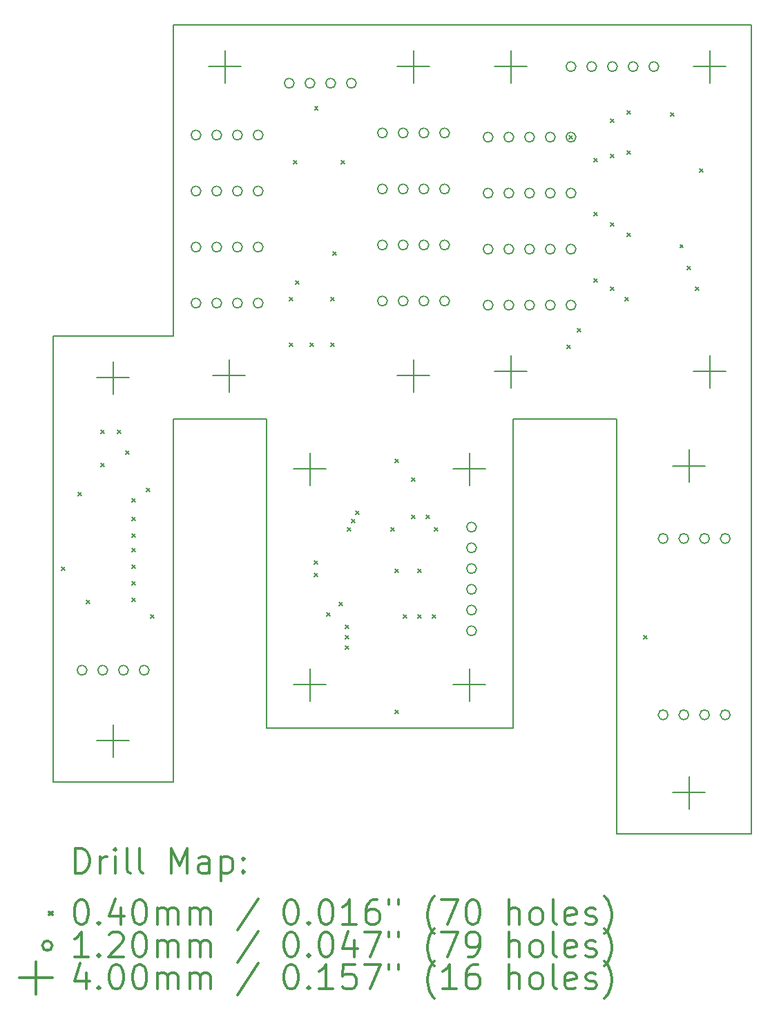
<source format=gbr>
%FSLAX45Y45*%
G04 Gerber Fmt 4.5, Leading zero omitted, Abs format (unit mm)*
G04 Created by KiCad (PCBNEW 5.0.2+dfsg1-1~bpo9+1) date sam. 29 juin 2019 23:36:13 CEST*
%MOMM*%
%LPD*%
G01*
G04 APERTURE LIST*
%ADD10C,0.200000*%
%ADD11C,0.150000*%
%ADD12C,0.300000*%
G04 APERTURE END LIST*
D10*
X14986000Y-13563600D02*
X14986000Y-9779000D01*
X16256000Y-9779000D02*
X16256000Y-14859000D01*
X16256000Y-9779000D02*
X14986000Y-9779000D01*
D11*
X10820400Y-4953000D02*
X10820400Y-7086600D01*
X14427200Y-4953000D02*
X10820400Y-4953000D01*
D10*
X9347200Y-14224000D02*
X9347200Y-14198600D01*
X10820400Y-14224000D02*
X9347200Y-14224000D01*
X10820400Y-9779000D02*
X10820400Y-14224000D01*
X11963400Y-9779000D02*
X10820400Y-9779000D01*
X11963400Y-13563600D02*
X11963400Y-9779000D01*
X14986000Y-13563600D02*
X11963400Y-13563600D01*
X10820400Y-8763000D02*
X10820400Y-7086600D01*
X9347200Y-8763000D02*
X10820400Y-8763000D01*
X9347200Y-14198600D02*
X9347200Y-8763000D01*
D11*
X17907000Y-4953000D02*
X14427200Y-4953000D01*
D10*
X17907000Y-14859000D02*
X16256000Y-14859000D01*
X17907000Y-4953000D02*
X17907000Y-14859000D01*
D10*
X9454200Y-11587800D02*
X9494200Y-11627800D01*
X9494200Y-11587800D02*
X9454200Y-11627800D01*
X9657400Y-10673400D02*
X9697400Y-10713400D01*
X9697400Y-10673400D02*
X9657400Y-10713400D01*
X9759000Y-11994200D02*
X9799000Y-12034200D01*
X9799000Y-11994200D02*
X9759000Y-12034200D01*
X9936800Y-9911400D02*
X9976800Y-9951400D01*
X9976800Y-9911400D02*
X9936800Y-9951400D01*
X9936800Y-10317800D02*
X9976800Y-10357800D01*
X9976800Y-10317800D02*
X9936800Y-10357800D01*
X10140000Y-9911400D02*
X10180000Y-9951400D01*
X10180000Y-9911400D02*
X10140000Y-9951400D01*
X10241600Y-10165400D02*
X10281600Y-10205400D01*
X10281600Y-10165400D02*
X10241600Y-10205400D01*
X10316500Y-10978200D02*
X10356500Y-11018200D01*
X10356500Y-10978200D02*
X10316500Y-11018200D01*
X10317800Y-10749600D02*
X10357800Y-10789600D01*
X10357800Y-10749600D02*
X10317800Y-10789600D01*
X10317800Y-11181400D02*
X10357800Y-11221400D01*
X10357800Y-11181400D02*
X10317800Y-11221400D01*
X10317800Y-11359200D02*
X10357800Y-11399200D01*
X10357800Y-11359200D02*
X10317800Y-11399200D01*
X10317800Y-11359200D02*
X10357800Y-11399200D01*
X10357800Y-11359200D02*
X10317800Y-11399200D01*
X10317800Y-11562400D02*
X10357800Y-11602400D01*
X10357800Y-11562400D02*
X10317800Y-11602400D01*
X10317800Y-11765600D02*
X10357800Y-11805600D01*
X10357800Y-11765600D02*
X10317800Y-11805600D01*
X10317800Y-11968800D02*
X10357800Y-12008800D01*
X10357800Y-11968800D02*
X10317800Y-12008800D01*
X10495600Y-10622600D02*
X10535600Y-10662600D01*
X10535600Y-10622600D02*
X10495600Y-10662600D01*
X10546400Y-12172000D02*
X10586400Y-12212000D01*
X10586400Y-12172000D02*
X10546400Y-12212000D01*
X12248200Y-8285800D02*
X12288200Y-8325800D01*
X12288200Y-8285800D02*
X12248200Y-8325800D01*
X12248200Y-8844600D02*
X12288200Y-8884600D01*
X12288200Y-8844600D02*
X12248200Y-8884600D01*
X12299000Y-6609400D02*
X12339000Y-6649400D01*
X12339000Y-6609400D02*
X12299000Y-6649400D01*
X12324400Y-8082600D02*
X12364400Y-8122600D01*
X12364400Y-8082600D02*
X12324400Y-8122600D01*
X12502200Y-8844600D02*
X12542200Y-8884600D01*
X12542200Y-8844600D02*
X12502200Y-8884600D01*
X12553000Y-11511600D02*
X12593000Y-11551600D01*
X12593000Y-11511600D02*
X12553000Y-11551600D01*
X12553000Y-11664000D02*
X12593000Y-11704000D01*
X12593000Y-11664000D02*
X12553000Y-11704000D01*
X12554300Y-5949000D02*
X12594300Y-5989000D01*
X12594300Y-5949000D02*
X12554300Y-5989000D01*
X12705400Y-12146600D02*
X12745400Y-12186600D01*
X12745400Y-12146600D02*
X12705400Y-12186600D01*
X12756200Y-8285800D02*
X12796200Y-8325800D01*
X12796200Y-8285800D02*
X12756200Y-8325800D01*
X12756200Y-8844600D02*
X12796200Y-8884600D01*
X12796200Y-8844600D02*
X12756200Y-8884600D01*
X12781600Y-7727000D02*
X12821600Y-7767000D01*
X12821600Y-7727000D02*
X12781600Y-7767000D01*
X12857800Y-12019600D02*
X12897800Y-12059600D01*
X12897800Y-12019600D02*
X12857800Y-12059600D01*
X12883200Y-6609400D02*
X12923200Y-6649400D01*
X12923200Y-6609400D02*
X12883200Y-6649400D01*
X12934000Y-12299000D02*
X12974000Y-12339000D01*
X12974000Y-12299000D02*
X12934000Y-12339000D01*
X12934000Y-12426000D02*
X12974000Y-12466000D01*
X12974000Y-12426000D02*
X12934000Y-12466000D01*
X12934000Y-12553000D02*
X12974000Y-12593000D01*
X12974000Y-12553000D02*
X12934000Y-12593000D01*
X12959400Y-11105200D02*
X12999400Y-11145200D01*
X12999400Y-11105200D02*
X12959400Y-11145200D01*
X13010200Y-11003600D02*
X13050200Y-11043600D01*
X13050200Y-11003600D02*
X13010200Y-11043600D01*
X13010200Y-11003600D02*
X13050200Y-11043600D01*
X13050200Y-11003600D02*
X13010200Y-11043600D01*
X13061000Y-10902000D02*
X13101000Y-10942000D01*
X13101000Y-10902000D02*
X13061000Y-10942000D01*
X13492800Y-11105200D02*
X13532800Y-11145200D01*
X13532800Y-11105200D02*
X13492800Y-11145200D01*
X13543600Y-10267000D02*
X13583600Y-10307000D01*
X13583600Y-10267000D02*
X13543600Y-10307000D01*
X13543600Y-11613200D02*
X13583600Y-11653200D01*
X13583600Y-11613200D02*
X13543600Y-11653200D01*
X13543600Y-13340400D02*
X13583600Y-13380400D01*
X13583600Y-13340400D02*
X13543600Y-13380400D01*
X13645200Y-12172000D02*
X13685200Y-12212000D01*
X13685200Y-12172000D02*
X13645200Y-12212000D01*
X13746800Y-10495600D02*
X13786800Y-10535600D01*
X13786800Y-10495600D02*
X13746800Y-10535600D01*
X13746800Y-10952800D02*
X13786800Y-10992800D01*
X13786800Y-10952800D02*
X13746800Y-10992800D01*
X13823000Y-11613200D02*
X13863000Y-11653200D01*
X13863000Y-11613200D02*
X13823000Y-11653200D01*
X13823000Y-12172000D02*
X13863000Y-12212000D01*
X13863000Y-12172000D02*
X13823000Y-12212000D01*
X13924600Y-10952800D02*
X13964600Y-10992800D01*
X13964600Y-10952800D02*
X13924600Y-10992800D01*
X14000800Y-12172000D02*
X14040800Y-12212000D01*
X14040800Y-12172000D02*
X14000800Y-12212000D01*
X14026200Y-11105200D02*
X14066200Y-11145200D01*
X14066200Y-11105200D02*
X14026200Y-11145200D01*
X15651800Y-8870000D02*
X15691800Y-8910000D01*
X15691800Y-8870000D02*
X15651800Y-8910000D01*
X15677200Y-6304600D02*
X15717200Y-6344600D01*
X15717200Y-6304600D02*
X15677200Y-6344600D01*
X15778800Y-8666800D02*
X15818800Y-8706800D01*
X15818800Y-8666800D02*
X15778800Y-8706800D01*
X15982000Y-6584000D02*
X16022000Y-6624000D01*
X16022000Y-6584000D02*
X15982000Y-6624000D01*
X15982000Y-7244400D02*
X16022000Y-7284400D01*
X16022000Y-7244400D02*
X15982000Y-7284400D01*
X15982000Y-8057200D02*
X16022000Y-8097200D01*
X16022000Y-8057200D02*
X15982000Y-8097200D01*
X16185200Y-6101400D02*
X16225200Y-6141400D01*
X16225200Y-6101400D02*
X16185200Y-6141400D01*
X16185200Y-6533200D02*
X16225200Y-6573200D01*
X16225200Y-6533200D02*
X16185200Y-6573200D01*
X16185200Y-7371400D02*
X16225200Y-7411400D01*
X16225200Y-7371400D02*
X16185200Y-7411400D01*
X16185200Y-8158800D02*
X16225200Y-8198800D01*
X16225200Y-8158800D02*
X16185200Y-8198800D01*
X16363000Y-8285800D02*
X16403000Y-8325800D01*
X16403000Y-8285800D02*
X16363000Y-8325800D01*
X16388400Y-5999800D02*
X16428400Y-6039800D01*
X16428400Y-5999800D02*
X16388400Y-6039800D01*
X16388400Y-6492200D02*
X16428400Y-6532200D01*
X16428400Y-6492200D02*
X16388400Y-6532200D01*
X16388400Y-7498400D02*
X16428400Y-7538400D01*
X16428400Y-7498400D02*
X16388400Y-7538400D01*
X16591600Y-12426000D02*
X16631600Y-12466000D01*
X16631600Y-12426000D02*
X16591600Y-12466000D01*
X16921800Y-6025200D02*
X16961800Y-6065200D01*
X16961800Y-6025200D02*
X16921800Y-6065200D01*
X17033500Y-7640700D02*
X17073500Y-7680700D01*
X17073500Y-7640700D02*
X17033500Y-7680700D01*
X17125000Y-7904800D02*
X17165000Y-7944800D01*
X17165000Y-7904800D02*
X17125000Y-7944800D01*
X17226600Y-8158800D02*
X17266600Y-8198800D01*
X17266600Y-8158800D02*
X17226600Y-8198800D01*
X17277400Y-6711000D02*
X17317400Y-6751000D01*
X17317400Y-6711000D02*
X17277400Y-6751000D01*
X11159800Y-6299200D02*
G75*
G03X11159800Y-6299200I-60000J0D01*
G01*
X11413800Y-6299200D02*
G75*
G03X11413800Y-6299200I-60000J0D01*
G01*
X11667800Y-6299200D02*
G75*
G03X11667800Y-6299200I-60000J0D01*
G01*
X11921800Y-6299200D02*
G75*
G03X11921800Y-6299200I-60000J0D01*
G01*
X16887500Y-13398500D02*
G75*
G03X16887500Y-13398500I-60000J0D01*
G01*
X17141500Y-13398500D02*
G75*
G03X17141500Y-13398500I-60000J0D01*
G01*
X17395500Y-13398500D02*
G75*
G03X17395500Y-13398500I-60000J0D01*
G01*
X17649500Y-13398500D02*
G75*
G03X17649500Y-13398500I-60000J0D01*
G01*
X12302800Y-5664200D02*
G75*
G03X12302800Y-5664200I-60000J0D01*
G01*
X12556800Y-5664200D02*
G75*
G03X12556800Y-5664200I-60000J0D01*
G01*
X12810800Y-5664200D02*
G75*
G03X12810800Y-5664200I-60000J0D01*
G01*
X13064800Y-5664200D02*
G75*
G03X13064800Y-5664200I-60000J0D01*
G01*
X14741200Y-8382000D02*
G75*
G03X14741200Y-8382000I-60000J0D01*
G01*
X14995200Y-8382000D02*
G75*
G03X14995200Y-8382000I-60000J0D01*
G01*
X15249200Y-8382000D02*
G75*
G03X15249200Y-8382000I-60000J0D01*
G01*
X15503200Y-8382000D02*
G75*
G03X15503200Y-8382000I-60000J0D01*
G01*
X15757200Y-8382000D02*
G75*
G03X15757200Y-8382000I-60000J0D01*
G01*
X15757200Y-5461000D02*
G75*
G03X15757200Y-5461000I-60000J0D01*
G01*
X16011200Y-5461000D02*
G75*
G03X16011200Y-5461000I-60000J0D01*
G01*
X16265200Y-5461000D02*
G75*
G03X16265200Y-5461000I-60000J0D01*
G01*
X16519200Y-5461000D02*
G75*
G03X16519200Y-5461000I-60000J0D01*
G01*
X16773200Y-5461000D02*
G75*
G03X16773200Y-5461000I-60000J0D01*
G01*
X14741200Y-7696200D02*
G75*
G03X14741200Y-7696200I-60000J0D01*
G01*
X14995200Y-7696200D02*
G75*
G03X14995200Y-7696200I-60000J0D01*
G01*
X15249200Y-7696200D02*
G75*
G03X15249200Y-7696200I-60000J0D01*
G01*
X15503200Y-7696200D02*
G75*
G03X15503200Y-7696200I-60000J0D01*
G01*
X15757200Y-7696200D02*
G75*
G03X15757200Y-7696200I-60000J0D01*
G01*
X13445800Y-8331200D02*
G75*
G03X13445800Y-8331200I-60000J0D01*
G01*
X13699800Y-8331200D02*
G75*
G03X13699800Y-8331200I-60000J0D01*
G01*
X13953800Y-8331200D02*
G75*
G03X13953800Y-8331200I-60000J0D01*
G01*
X14207800Y-8331200D02*
G75*
G03X14207800Y-8331200I-60000J0D01*
G01*
X14741200Y-6324600D02*
G75*
G03X14741200Y-6324600I-60000J0D01*
G01*
X14995200Y-6324600D02*
G75*
G03X14995200Y-6324600I-60000J0D01*
G01*
X15249200Y-6324600D02*
G75*
G03X15249200Y-6324600I-60000J0D01*
G01*
X15503200Y-6324600D02*
G75*
G03X15503200Y-6324600I-60000J0D01*
G01*
X15757200Y-6324600D02*
G75*
G03X15757200Y-6324600I-60000J0D01*
G01*
X9762800Y-12852400D02*
G75*
G03X9762800Y-12852400I-60000J0D01*
G01*
X10016800Y-12852400D02*
G75*
G03X10016800Y-12852400I-60000J0D01*
G01*
X10270800Y-12852400D02*
G75*
G03X10270800Y-12852400I-60000J0D01*
G01*
X10524800Y-12852400D02*
G75*
G03X10524800Y-12852400I-60000J0D01*
G01*
X11159800Y-6985000D02*
G75*
G03X11159800Y-6985000I-60000J0D01*
G01*
X11413800Y-6985000D02*
G75*
G03X11413800Y-6985000I-60000J0D01*
G01*
X11667800Y-6985000D02*
G75*
G03X11667800Y-6985000I-60000J0D01*
G01*
X11921800Y-6985000D02*
G75*
G03X11921800Y-6985000I-60000J0D01*
G01*
X16887500Y-11239500D02*
G75*
G03X16887500Y-11239500I-60000J0D01*
G01*
X17141500Y-11239500D02*
G75*
G03X17141500Y-11239500I-60000J0D01*
G01*
X17395500Y-11239500D02*
G75*
G03X17395500Y-11239500I-60000J0D01*
G01*
X17649500Y-11239500D02*
G75*
G03X17649500Y-11239500I-60000J0D01*
G01*
X13445800Y-7645400D02*
G75*
G03X13445800Y-7645400I-60000J0D01*
G01*
X13699800Y-7645400D02*
G75*
G03X13699800Y-7645400I-60000J0D01*
G01*
X13953800Y-7645400D02*
G75*
G03X13953800Y-7645400I-60000J0D01*
G01*
X14207800Y-7645400D02*
G75*
G03X14207800Y-7645400I-60000J0D01*
G01*
X14538000Y-11099800D02*
G75*
G03X14538000Y-11099800I-60000J0D01*
G01*
X14538000Y-11353800D02*
G75*
G03X14538000Y-11353800I-60000J0D01*
G01*
X14538000Y-11607800D02*
G75*
G03X14538000Y-11607800I-60000J0D01*
G01*
X14538000Y-11861800D02*
G75*
G03X14538000Y-11861800I-60000J0D01*
G01*
X14538000Y-12115800D02*
G75*
G03X14538000Y-12115800I-60000J0D01*
G01*
X14538000Y-12369800D02*
G75*
G03X14538000Y-12369800I-60000J0D01*
G01*
X13445800Y-6273800D02*
G75*
G03X13445800Y-6273800I-60000J0D01*
G01*
X13699800Y-6273800D02*
G75*
G03X13699800Y-6273800I-60000J0D01*
G01*
X13953800Y-6273800D02*
G75*
G03X13953800Y-6273800I-60000J0D01*
G01*
X14207800Y-6273800D02*
G75*
G03X14207800Y-6273800I-60000J0D01*
G01*
X11159800Y-7670800D02*
G75*
G03X11159800Y-7670800I-60000J0D01*
G01*
X11413800Y-7670800D02*
G75*
G03X11413800Y-7670800I-60000J0D01*
G01*
X11667800Y-7670800D02*
G75*
G03X11667800Y-7670800I-60000J0D01*
G01*
X11921800Y-7670800D02*
G75*
G03X11921800Y-7670800I-60000J0D01*
G01*
X11159800Y-8356600D02*
G75*
G03X11159800Y-8356600I-60000J0D01*
G01*
X11413800Y-8356600D02*
G75*
G03X11413800Y-8356600I-60000J0D01*
G01*
X11667800Y-8356600D02*
G75*
G03X11667800Y-8356600I-60000J0D01*
G01*
X11921800Y-8356600D02*
G75*
G03X11921800Y-8356600I-60000J0D01*
G01*
X14741200Y-7010400D02*
G75*
G03X14741200Y-7010400I-60000J0D01*
G01*
X14995200Y-7010400D02*
G75*
G03X14995200Y-7010400I-60000J0D01*
G01*
X15249200Y-7010400D02*
G75*
G03X15249200Y-7010400I-60000J0D01*
G01*
X15503200Y-7010400D02*
G75*
G03X15503200Y-7010400I-60000J0D01*
G01*
X15757200Y-7010400D02*
G75*
G03X15757200Y-7010400I-60000J0D01*
G01*
X13445800Y-6959600D02*
G75*
G03X13445800Y-6959600I-60000J0D01*
G01*
X13699800Y-6959600D02*
G75*
G03X13699800Y-6959600I-60000J0D01*
G01*
X13953800Y-6959600D02*
G75*
G03X13953800Y-6959600I-60000J0D01*
G01*
X14207800Y-6959600D02*
G75*
G03X14207800Y-6959600I-60000J0D01*
G01*
X12496800Y-10188600D02*
X12496800Y-10588600D01*
X12296800Y-10388600D02*
X12696800Y-10388600D01*
X17399000Y-5261000D02*
X17399000Y-5661000D01*
X17199000Y-5461000D02*
X17599000Y-5461000D01*
X14452600Y-12830200D02*
X14452600Y-13230200D01*
X14252600Y-13030200D02*
X14652600Y-13030200D01*
X14960600Y-8994800D02*
X14960600Y-9394800D01*
X14760600Y-9194800D02*
X15160600Y-9194800D01*
X17145000Y-10150500D02*
X17145000Y-10550500D01*
X16945000Y-10350500D02*
X17345000Y-10350500D01*
X10083800Y-9071000D02*
X10083800Y-9471000D01*
X9883800Y-9271000D02*
X10283800Y-9271000D01*
X17145000Y-14151000D02*
X17145000Y-14551000D01*
X16945000Y-14351000D02*
X17345000Y-14351000D01*
X17399000Y-8994800D02*
X17399000Y-9394800D01*
X17199000Y-9194800D02*
X17599000Y-9194800D01*
X14960600Y-5261000D02*
X14960600Y-5661000D01*
X14760600Y-5461000D02*
X15160600Y-5461000D01*
X12496800Y-12830200D02*
X12496800Y-13230200D01*
X12296800Y-13030200D02*
X12696800Y-13030200D01*
X13766800Y-5261000D02*
X13766800Y-5661000D01*
X13566800Y-5461000D02*
X13966800Y-5461000D01*
X11455400Y-5261000D02*
X11455400Y-5661000D01*
X11255400Y-5461000D02*
X11655400Y-5461000D01*
X11506200Y-9045600D02*
X11506200Y-9445600D01*
X11306200Y-9245600D02*
X11706200Y-9245600D01*
X10083800Y-13516000D02*
X10083800Y-13916000D01*
X9883800Y-13716000D02*
X10283800Y-13716000D01*
X14452600Y-10188600D02*
X14452600Y-10588600D01*
X14252600Y-10388600D02*
X14652600Y-10388600D01*
X13766800Y-9045600D02*
X13766800Y-9445600D01*
X13566800Y-9245600D02*
X13966800Y-9245600D01*
D12*
X9623628Y-15334714D02*
X9623628Y-15034714D01*
X9695057Y-15034714D01*
X9737914Y-15049000D01*
X9766486Y-15077571D01*
X9780771Y-15106143D01*
X9795057Y-15163286D01*
X9795057Y-15206143D01*
X9780771Y-15263286D01*
X9766486Y-15291857D01*
X9737914Y-15320429D01*
X9695057Y-15334714D01*
X9623628Y-15334714D01*
X9923628Y-15334714D02*
X9923628Y-15134714D01*
X9923628Y-15191857D02*
X9937914Y-15163286D01*
X9952200Y-15149000D01*
X9980771Y-15134714D01*
X10009343Y-15134714D01*
X10109343Y-15334714D02*
X10109343Y-15134714D01*
X10109343Y-15034714D02*
X10095057Y-15049000D01*
X10109343Y-15063286D01*
X10123628Y-15049000D01*
X10109343Y-15034714D01*
X10109343Y-15063286D01*
X10295057Y-15334714D02*
X10266486Y-15320429D01*
X10252200Y-15291857D01*
X10252200Y-15034714D01*
X10452200Y-15334714D02*
X10423628Y-15320429D01*
X10409343Y-15291857D01*
X10409343Y-15034714D01*
X10795057Y-15334714D02*
X10795057Y-15034714D01*
X10895057Y-15249000D01*
X10995057Y-15034714D01*
X10995057Y-15334714D01*
X11266486Y-15334714D02*
X11266486Y-15177571D01*
X11252200Y-15149000D01*
X11223628Y-15134714D01*
X11166486Y-15134714D01*
X11137914Y-15149000D01*
X11266486Y-15320429D02*
X11237914Y-15334714D01*
X11166486Y-15334714D01*
X11137914Y-15320429D01*
X11123628Y-15291857D01*
X11123628Y-15263286D01*
X11137914Y-15234714D01*
X11166486Y-15220429D01*
X11237914Y-15220429D01*
X11266486Y-15206143D01*
X11409343Y-15134714D02*
X11409343Y-15434714D01*
X11409343Y-15149000D02*
X11437914Y-15134714D01*
X11495057Y-15134714D01*
X11523628Y-15149000D01*
X11537914Y-15163286D01*
X11552200Y-15191857D01*
X11552200Y-15277571D01*
X11537914Y-15306143D01*
X11523628Y-15320429D01*
X11495057Y-15334714D01*
X11437914Y-15334714D01*
X11409343Y-15320429D01*
X11680771Y-15306143D02*
X11695057Y-15320429D01*
X11680771Y-15334714D01*
X11666486Y-15320429D01*
X11680771Y-15306143D01*
X11680771Y-15334714D01*
X11680771Y-15149000D02*
X11695057Y-15163286D01*
X11680771Y-15177571D01*
X11666486Y-15163286D01*
X11680771Y-15149000D01*
X11680771Y-15177571D01*
X9297200Y-15809000D02*
X9337200Y-15849000D01*
X9337200Y-15809000D02*
X9297200Y-15849000D01*
X9680771Y-15664714D02*
X9709343Y-15664714D01*
X9737914Y-15679000D01*
X9752200Y-15693286D01*
X9766486Y-15721857D01*
X9780771Y-15779000D01*
X9780771Y-15850429D01*
X9766486Y-15907571D01*
X9752200Y-15936143D01*
X9737914Y-15950429D01*
X9709343Y-15964714D01*
X9680771Y-15964714D01*
X9652200Y-15950429D01*
X9637914Y-15936143D01*
X9623628Y-15907571D01*
X9609343Y-15850429D01*
X9609343Y-15779000D01*
X9623628Y-15721857D01*
X9637914Y-15693286D01*
X9652200Y-15679000D01*
X9680771Y-15664714D01*
X9909343Y-15936143D02*
X9923628Y-15950429D01*
X9909343Y-15964714D01*
X9895057Y-15950429D01*
X9909343Y-15936143D01*
X9909343Y-15964714D01*
X10180771Y-15764714D02*
X10180771Y-15964714D01*
X10109343Y-15650429D02*
X10037914Y-15864714D01*
X10223628Y-15864714D01*
X10395057Y-15664714D02*
X10423628Y-15664714D01*
X10452200Y-15679000D01*
X10466486Y-15693286D01*
X10480771Y-15721857D01*
X10495057Y-15779000D01*
X10495057Y-15850429D01*
X10480771Y-15907571D01*
X10466486Y-15936143D01*
X10452200Y-15950429D01*
X10423628Y-15964714D01*
X10395057Y-15964714D01*
X10366486Y-15950429D01*
X10352200Y-15936143D01*
X10337914Y-15907571D01*
X10323628Y-15850429D01*
X10323628Y-15779000D01*
X10337914Y-15721857D01*
X10352200Y-15693286D01*
X10366486Y-15679000D01*
X10395057Y-15664714D01*
X10623628Y-15964714D02*
X10623628Y-15764714D01*
X10623628Y-15793286D02*
X10637914Y-15779000D01*
X10666486Y-15764714D01*
X10709343Y-15764714D01*
X10737914Y-15779000D01*
X10752200Y-15807571D01*
X10752200Y-15964714D01*
X10752200Y-15807571D02*
X10766486Y-15779000D01*
X10795057Y-15764714D01*
X10837914Y-15764714D01*
X10866486Y-15779000D01*
X10880771Y-15807571D01*
X10880771Y-15964714D01*
X11023628Y-15964714D02*
X11023628Y-15764714D01*
X11023628Y-15793286D02*
X11037914Y-15779000D01*
X11066486Y-15764714D01*
X11109343Y-15764714D01*
X11137914Y-15779000D01*
X11152200Y-15807571D01*
X11152200Y-15964714D01*
X11152200Y-15807571D02*
X11166486Y-15779000D01*
X11195057Y-15764714D01*
X11237914Y-15764714D01*
X11266486Y-15779000D01*
X11280771Y-15807571D01*
X11280771Y-15964714D01*
X11866486Y-15650429D02*
X11609343Y-16036143D01*
X12252200Y-15664714D02*
X12280771Y-15664714D01*
X12309343Y-15679000D01*
X12323628Y-15693286D01*
X12337914Y-15721857D01*
X12352200Y-15779000D01*
X12352200Y-15850429D01*
X12337914Y-15907571D01*
X12323628Y-15936143D01*
X12309343Y-15950429D01*
X12280771Y-15964714D01*
X12252200Y-15964714D01*
X12223628Y-15950429D01*
X12209343Y-15936143D01*
X12195057Y-15907571D01*
X12180771Y-15850429D01*
X12180771Y-15779000D01*
X12195057Y-15721857D01*
X12209343Y-15693286D01*
X12223628Y-15679000D01*
X12252200Y-15664714D01*
X12480771Y-15936143D02*
X12495057Y-15950429D01*
X12480771Y-15964714D01*
X12466486Y-15950429D01*
X12480771Y-15936143D01*
X12480771Y-15964714D01*
X12680771Y-15664714D02*
X12709343Y-15664714D01*
X12737914Y-15679000D01*
X12752200Y-15693286D01*
X12766486Y-15721857D01*
X12780771Y-15779000D01*
X12780771Y-15850429D01*
X12766486Y-15907571D01*
X12752200Y-15936143D01*
X12737914Y-15950429D01*
X12709343Y-15964714D01*
X12680771Y-15964714D01*
X12652200Y-15950429D01*
X12637914Y-15936143D01*
X12623628Y-15907571D01*
X12609343Y-15850429D01*
X12609343Y-15779000D01*
X12623628Y-15721857D01*
X12637914Y-15693286D01*
X12652200Y-15679000D01*
X12680771Y-15664714D01*
X13066486Y-15964714D02*
X12895057Y-15964714D01*
X12980771Y-15964714D02*
X12980771Y-15664714D01*
X12952200Y-15707571D01*
X12923628Y-15736143D01*
X12895057Y-15750429D01*
X13323628Y-15664714D02*
X13266486Y-15664714D01*
X13237914Y-15679000D01*
X13223628Y-15693286D01*
X13195057Y-15736143D01*
X13180771Y-15793286D01*
X13180771Y-15907571D01*
X13195057Y-15936143D01*
X13209343Y-15950429D01*
X13237914Y-15964714D01*
X13295057Y-15964714D01*
X13323628Y-15950429D01*
X13337914Y-15936143D01*
X13352200Y-15907571D01*
X13352200Y-15836143D01*
X13337914Y-15807571D01*
X13323628Y-15793286D01*
X13295057Y-15779000D01*
X13237914Y-15779000D01*
X13209343Y-15793286D01*
X13195057Y-15807571D01*
X13180771Y-15836143D01*
X13466486Y-15664714D02*
X13466486Y-15721857D01*
X13580771Y-15664714D02*
X13580771Y-15721857D01*
X14023628Y-16079000D02*
X14009343Y-16064714D01*
X13980771Y-16021857D01*
X13966486Y-15993286D01*
X13952200Y-15950429D01*
X13937914Y-15879000D01*
X13937914Y-15821857D01*
X13952200Y-15750429D01*
X13966486Y-15707571D01*
X13980771Y-15679000D01*
X14009343Y-15636143D01*
X14023628Y-15621857D01*
X14109343Y-15664714D02*
X14309343Y-15664714D01*
X14180771Y-15964714D01*
X14480771Y-15664714D02*
X14509343Y-15664714D01*
X14537914Y-15679000D01*
X14552200Y-15693286D01*
X14566486Y-15721857D01*
X14580771Y-15779000D01*
X14580771Y-15850429D01*
X14566486Y-15907571D01*
X14552200Y-15936143D01*
X14537914Y-15950429D01*
X14509343Y-15964714D01*
X14480771Y-15964714D01*
X14452200Y-15950429D01*
X14437914Y-15936143D01*
X14423628Y-15907571D01*
X14409343Y-15850429D01*
X14409343Y-15779000D01*
X14423628Y-15721857D01*
X14437914Y-15693286D01*
X14452200Y-15679000D01*
X14480771Y-15664714D01*
X14937914Y-15964714D02*
X14937914Y-15664714D01*
X15066486Y-15964714D02*
X15066486Y-15807571D01*
X15052200Y-15779000D01*
X15023628Y-15764714D01*
X14980771Y-15764714D01*
X14952200Y-15779000D01*
X14937914Y-15793286D01*
X15252200Y-15964714D02*
X15223628Y-15950429D01*
X15209343Y-15936143D01*
X15195057Y-15907571D01*
X15195057Y-15821857D01*
X15209343Y-15793286D01*
X15223628Y-15779000D01*
X15252200Y-15764714D01*
X15295057Y-15764714D01*
X15323628Y-15779000D01*
X15337914Y-15793286D01*
X15352200Y-15821857D01*
X15352200Y-15907571D01*
X15337914Y-15936143D01*
X15323628Y-15950429D01*
X15295057Y-15964714D01*
X15252200Y-15964714D01*
X15523628Y-15964714D02*
X15495057Y-15950429D01*
X15480771Y-15921857D01*
X15480771Y-15664714D01*
X15752200Y-15950429D02*
X15723628Y-15964714D01*
X15666486Y-15964714D01*
X15637914Y-15950429D01*
X15623628Y-15921857D01*
X15623628Y-15807571D01*
X15637914Y-15779000D01*
X15666486Y-15764714D01*
X15723628Y-15764714D01*
X15752200Y-15779000D01*
X15766486Y-15807571D01*
X15766486Y-15836143D01*
X15623628Y-15864714D01*
X15880771Y-15950429D02*
X15909343Y-15964714D01*
X15966486Y-15964714D01*
X15995057Y-15950429D01*
X16009343Y-15921857D01*
X16009343Y-15907571D01*
X15995057Y-15879000D01*
X15966486Y-15864714D01*
X15923628Y-15864714D01*
X15895057Y-15850429D01*
X15880771Y-15821857D01*
X15880771Y-15807571D01*
X15895057Y-15779000D01*
X15923628Y-15764714D01*
X15966486Y-15764714D01*
X15995057Y-15779000D01*
X16109343Y-16079000D02*
X16123628Y-16064714D01*
X16152200Y-16021857D01*
X16166486Y-15993286D01*
X16180771Y-15950429D01*
X16195057Y-15879000D01*
X16195057Y-15821857D01*
X16180771Y-15750429D01*
X16166486Y-15707571D01*
X16152200Y-15679000D01*
X16123628Y-15636143D01*
X16109343Y-15621857D01*
X9337200Y-16225000D02*
G75*
G03X9337200Y-16225000I-60000J0D01*
G01*
X9780771Y-16360714D02*
X9609343Y-16360714D01*
X9695057Y-16360714D02*
X9695057Y-16060714D01*
X9666486Y-16103571D01*
X9637914Y-16132143D01*
X9609343Y-16146429D01*
X9909343Y-16332143D02*
X9923628Y-16346429D01*
X9909343Y-16360714D01*
X9895057Y-16346429D01*
X9909343Y-16332143D01*
X9909343Y-16360714D01*
X10037914Y-16089286D02*
X10052200Y-16075000D01*
X10080771Y-16060714D01*
X10152200Y-16060714D01*
X10180771Y-16075000D01*
X10195057Y-16089286D01*
X10209343Y-16117857D01*
X10209343Y-16146429D01*
X10195057Y-16189286D01*
X10023628Y-16360714D01*
X10209343Y-16360714D01*
X10395057Y-16060714D02*
X10423628Y-16060714D01*
X10452200Y-16075000D01*
X10466486Y-16089286D01*
X10480771Y-16117857D01*
X10495057Y-16175000D01*
X10495057Y-16246429D01*
X10480771Y-16303571D01*
X10466486Y-16332143D01*
X10452200Y-16346429D01*
X10423628Y-16360714D01*
X10395057Y-16360714D01*
X10366486Y-16346429D01*
X10352200Y-16332143D01*
X10337914Y-16303571D01*
X10323628Y-16246429D01*
X10323628Y-16175000D01*
X10337914Y-16117857D01*
X10352200Y-16089286D01*
X10366486Y-16075000D01*
X10395057Y-16060714D01*
X10623628Y-16360714D02*
X10623628Y-16160714D01*
X10623628Y-16189286D02*
X10637914Y-16175000D01*
X10666486Y-16160714D01*
X10709343Y-16160714D01*
X10737914Y-16175000D01*
X10752200Y-16203571D01*
X10752200Y-16360714D01*
X10752200Y-16203571D02*
X10766486Y-16175000D01*
X10795057Y-16160714D01*
X10837914Y-16160714D01*
X10866486Y-16175000D01*
X10880771Y-16203571D01*
X10880771Y-16360714D01*
X11023628Y-16360714D02*
X11023628Y-16160714D01*
X11023628Y-16189286D02*
X11037914Y-16175000D01*
X11066486Y-16160714D01*
X11109343Y-16160714D01*
X11137914Y-16175000D01*
X11152200Y-16203571D01*
X11152200Y-16360714D01*
X11152200Y-16203571D02*
X11166486Y-16175000D01*
X11195057Y-16160714D01*
X11237914Y-16160714D01*
X11266486Y-16175000D01*
X11280771Y-16203571D01*
X11280771Y-16360714D01*
X11866486Y-16046429D02*
X11609343Y-16432143D01*
X12252200Y-16060714D02*
X12280771Y-16060714D01*
X12309343Y-16075000D01*
X12323628Y-16089286D01*
X12337914Y-16117857D01*
X12352200Y-16175000D01*
X12352200Y-16246429D01*
X12337914Y-16303571D01*
X12323628Y-16332143D01*
X12309343Y-16346429D01*
X12280771Y-16360714D01*
X12252200Y-16360714D01*
X12223628Y-16346429D01*
X12209343Y-16332143D01*
X12195057Y-16303571D01*
X12180771Y-16246429D01*
X12180771Y-16175000D01*
X12195057Y-16117857D01*
X12209343Y-16089286D01*
X12223628Y-16075000D01*
X12252200Y-16060714D01*
X12480771Y-16332143D02*
X12495057Y-16346429D01*
X12480771Y-16360714D01*
X12466486Y-16346429D01*
X12480771Y-16332143D01*
X12480771Y-16360714D01*
X12680771Y-16060714D02*
X12709343Y-16060714D01*
X12737914Y-16075000D01*
X12752200Y-16089286D01*
X12766486Y-16117857D01*
X12780771Y-16175000D01*
X12780771Y-16246429D01*
X12766486Y-16303571D01*
X12752200Y-16332143D01*
X12737914Y-16346429D01*
X12709343Y-16360714D01*
X12680771Y-16360714D01*
X12652200Y-16346429D01*
X12637914Y-16332143D01*
X12623628Y-16303571D01*
X12609343Y-16246429D01*
X12609343Y-16175000D01*
X12623628Y-16117857D01*
X12637914Y-16089286D01*
X12652200Y-16075000D01*
X12680771Y-16060714D01*
X13037914Y-16160714D02*
X13037914Y-16360714D01*
X12966486Y-16046429D02*
X12895057Y-16260714D01*
X13080771Y-16260714D01*
X13166486Y-16060714D02*
X13366486Y-16060714D01*
X13237914Y-16360714D01*
X13466486Y-16060714D02*
X13466486Y-16117857D01*
X13580771Y-16060714D02*
X13580771Y-16117857D01*
X14023628Y-16475000D02*
X14009343Y-16460714D01*
X13980771Y-16417857D01*
X13966486Y-16389286D01*
X13952200Y-16346429D01*
X13937914Y-16275000D01*
X13937914Y-16217857D01*
X13952200Y-16146429D01*
X13966486Y-16103571D01*
X13980771Y-16075000D01*
X14009343Y-16032143D01*
X14023628Y-16017857D01*
X14109343Y-16060714D02*
X14309343Y-16060714D01*
X14180771Y-16360714D01*
X14437914Y-16360714D02*
X14495057Y-16360714D01*
X14523628Y-16346429D01*
X14537914Y-16332143D01*
X14566486Y-16289286D01*
X14580771Y-16232143D01*
X14580771Y-16117857D01*
X14566486Y-16089286D01*
X14552200Y-16075000D01*
X14523628Y-16060714D01*
X14466486Y-16060714D01*
X14437914Y-16075000D01*
X14423628Y-16089286D01*
X14409343Y-16117857D01*
X14409343Y-16189286D01*
X14423628Y-16217857D01*
X14437914Y-16232143D01*
X14466486Y-16246429D01*
X14523628Y-16246429D01*
X14552200Y-16232143D01*
X14566486Y-16217857D01*
X14580771Y-16189286D01*
X14937914Y-16360714D02*
X14937914Y-16060714D01*
X15066486Y-16360714D02*
X15066486Y-16203571D01*
X15052200Y-16175000D01*
X15023628Y-16160714D01*
X14980771Y-16160714D01*
X14952200Y-16175000D01*
X14937914Y-16189286D01*
X15252200Y-16360714D02*
X15223628Y-16346429D01*
X15209343Y-16332143D01*
X15195057Y-16303571D01*
X15195057Y-16217857D01*
X15209343Y-16189286D01*
X15223628Y-16175000D01*
X15252200Y-16160714D01*
X15295057Y-16160714D01*
X15323628Y-16175000D01*
X15337914Y-16189286D01*
X15352200Y-16217857D01*
X15352200Y-16303571D01*
X15337914Y-16332143D01*
X15323628Y-16346429D01*
X15295057Y-16360714D01*
X15252200Y-16360714D01*
X15523628Y-16360714D02*
X15495057Y-16346429D01*
X15480771Y-16317857D01*
X15480771Y-16060714D01*
X15752200Y-16346429D02*
X15723628Y-16360714D01*
X15666486Y-16360714D01*
X15637914Y-16346429D01*
X15623628Y-16317857D01*
X15623628Y-16203571D01*
X15637914Y-16175000D01*
X15666486Y-16160714D01*
X15723628Y-16160714D01*
X15752200Y-16175000D01*
X15766486Y-16203571D01*
X15766486Y-16232143D01*
X15623628Y-16260714D01*
X15880771Y-16346429D02*
X15909343Y-16360714D01*
X15966486Y-16360714D01*
X15995057Y-16346429D01*
X16009343Y-16317857D01*
X16009343Y-16303571D01*
X15995057Y-16275000D01*
X15966486Y-16260714D01*
X15923628Y-16260714D01*
X15895057Y-16246429D01*
X15880771Y-16217857D01*
X15880771Y-16203571D01*
X15895057Y-16175000D01*
X15923628Y-16160714D01*
X15966486Y-16160714D01*
X15995057Y-16175000D01*
X16109343Y-16475000D02*
X16123628Y-16460714D01*
X16152200Y-16417857D01*
X16166486Y-16389286D01*
X16180771Y-16346429D01*
X16195057Y-16275000D01*
X16195057Y-16217857D01*
X16180771Y-16146429D01*
X16166486Y-16103571D01*
X16152200Y-16075000D01*
X16123628Y-16032143D01*
X16109343Y-16017857D01*
X9137200Y-16421000D02*
X9137200Y-16821000D01*
X8937200Y-16621000D02*
X9337200Y-16621000D01*
X9752200Y-16556714D02*
X9752200Y-16756714D01*
X9680771Y-16442429D02*
X9609343Y-16656714D01*
X9795057Y-16656714D01*
X9909343Y-16728143D02*
X9923628Y-16742429D01*
X9909343Y-16756714D01*
X9895057Y-16742429D01*
X9909343Y-16728143D01*
X9909343Y-16756714D01*
X10109343Y-16456714D02*
X10137914Y-16456714D01*
X10166486Y-16471000D01*
X10180771Y-16485286D01*
X10195057Y-16513857D01*
X10209343Y-16571000D01*
X10209343Y-16642429D01*
X10195057Y-16699571D01*
X10180771Y-16728143D01*
X10166486Y-16742429D01*
X10137914Y-16756714D01*
X10109343Y-16756714D01*
X10080771Y-16742429D01*
X10066486Y-16728143D01*
X10052200Y-16699571D01*
X10037914Y-16642429D01*
X10037914Y-16571000D01*
X10052200Y-16513857D01*
X10066486Y-16485286D01*
X10080771Y-16471000D01*
X10109343Y-16456714D01*
X10395057Y-16456714D02*
X10423628Y-16456714D01*
X10452200Y-16471000D01*
X10466486Y-16485286D01*
X10480771Y-16513857D01*
X10495057Y-16571000D01*
X10495057Y-16642429D01*
X10480771Y-16699571D01*
X10466486Y-16728143D01*
X10452200Y-16742429D01*
X10423628Y-16756714D01*
X10395057Y-16756714D01*
X10366486Y-16742429D01*
X10352200Y-16728143D01*
X10337914Y-16699571D01*
X10323628Y-16642429D01*
X10323628Y-16571000D01*
X10337914Y-16513857D01*
X10352200Y-16485286D01*
X10366486Y-16471000D01*
X10395057Y-16456714D01*
X10623628Y-16756714D02*
X10623628Y-16556714D01*
X10623628Y-16585286D02*
X10637914Y-16571000D01*
X10666486Y-16556714D01*
X10709343Y-16556714D01*
X10737914Y-16571000D01*
X10752200Y-16599571D01*
X10752200Y-16756714D01*
X10752200Y-16599571D02*
X10766486Y-16571000D01*
X10795057Y-16556714D01*
X10837914Y-16556714D01*
X10866486Y-16571000D01*
X10880771Y-16599571D01*
X10880771Y-16756714D01*
X11023628Y-16756714D02*
X11023628Y-16556714D01*
X11023628Y-16585286D02*
X11037914Y-16571000D01*
X11066486Y-16556714D01*
X11109343Y-16556714D01*
X11137914Y-16571000D01*
X11152200Y-16599571D01*
X11152200Y-16756714D01*
X11152200Y-16599571D02*
X11166486Y-16571000D01*
X11195057Y-16556714D01*
X11237914Y-16556714D01*
X11266486Y-16571000D01*
X11280771Y-16599571D01*
X11280771Y-16756714D01*
X11866486Y-16442429D02*
X11609343Y-16828143D01*
X12252200Y-16456714D02*
X12280771Y-16456714D01*
X12309343Y-16471000D01*
X12323628Y-16485286D01*
X12337914Y-16513857D01*
X12352200Y-16571000D01*
X12352200Y-16642429D01*
X12337914Y-16699571D01*
X12323628Y-16728143D01*
X12309343Y-16742429D01*
X12280771Y-16756714D01*
X12252200Y-16756714D01*
X12223628Y-16742429D01*
X12209343Y-16728143D01*
X12195057Y-16699571D01*
X12180771Y-16642429D01*
X12180771Y-16571000D01*
X12195057Y-16513857D01*
X12209343Y-16485286D01*
X12223628Y-16471000D01*
X12252200Y-16456714D01*
X12480771Y-16728143D02*
X12495057Y-16742429D01*
X12480771Y-16756714D01*
X12466486Y-16742429D01*
X12480771Y-16728143D01*
X12480771Y-16756714D01*
X12780771Y-16756714D02*
X12609343Y-16756714D01*
X12695057Y-16756714D02*
X12695057Y-16456714D01*
X12666486Y-16499571D01*
X12637914Y-16528143D01*
X12609343Y-16542429D01*
X13052200Y-16456714D02*
X12909343Y-16456714D01*
X12895057Y-16599571D01*
X12909343Y-16585286D01*
X12937914Y-16571000D01*
X13009343Y-16571000D01*
X13037914Y-16585286D01*
X13052200Y-16599571D01*
X13066486Y-16628143D01*
X13066486Y-16699571D01*
X13052200Y-16728143D01*
X13037914Y-16742429D01*
X13009343Y-16756714D01*
X12937914Y-16756714D01*
X12909343Y-16742429D01*
X12895057Y-16728143D01*
X13166486Y-16456714D02*
X13366486Y-16456714D01*
X13237914Y-16756714D01*
X13466486Y-16456714D02*
X13466486Y-16513857D01*
X13580771Y-16456714D02*
X13580771Y-16513857D01*
X14023628Y-16871000D02*
X14009343Y-16856714D01*
X13980771Y-16813857D01*
X13966486Y-16785286D01*
X13952200Y-16742429D01*
X13937914Y-16671000D01*
X13937914Y-16613857D01*
X13952200Y-16542429D01*
X13966486Y-16499571D01*
X13980771Y-16471000D01*
X14009343Y-16428143D01*
X14023628Y-16413857D01*
X14295057Y-16756714D02*
X14123628Y-16756714D01*
X14209343Y-16756714D02*
X14209343Y-16456714D01*
X14180771Y-16499571D01*
X14152200Y-16528143D01*
X14123628Y-16542429D01*
X14552200Y-16456714D02*
X14495057Y-16456714D01*
X14466486Y-16471000D01*
X14452200Y-16485286D01*
X14423628Y-16528143D01*
X14409343Y-16585286D01*
X14409343Y-16699571D01*
X14423628Y-16728143D01*
X14437914Y-16742429D01*
X14466486Y-16756714D01*
X14523628Y-16756714D01*
X14552200Y-16742429D01*
X14566486Y-16728143D01*
X14580771Y-16699571D01*
X14580771Y-16628143D01*
X14566486Y-16599571D01*
X14552200Y-16585286D01*
X14523628Y-16571000D01*
X14466486Y-16571000D01*
X14437914Y-16585286D01*
X14423628Y-16599571D01*
X14409343Y-16628143D01*
X14937914Y-16756714D02*
X14937914Y-16456714D01*
X15066486Y-16756714D02*
X15066486Y-16599571D01*
X15052200Y-16571000D01*
X15023628Y-16556714D01*
X14980771Y-16556714D01*
X14952200Y-16571000D01*
X14937914Y-16585286D01*
X15252200Y-16756714D02*
X15223628Y-16742429D01*
X15209343Y-16728143D01*
X15195057Y-16699571D01*
X15195057Y-16613857D01*
X15209343Y-16585286D01*
X15223628Y-16571000D01*
X15252200Y-16556714D01*
X15295057Y-16556714D01*
X15323628Y-16571000D01*
X15337914Y-16585286D01*
X15352200Y-16613857D01*
X15352200Y-16699571D01*
X15337914Y-16728143D01*
X15323628Y-16742429D01*
X15295057Y-16756714D01*
X15252200Y-16756714D01*
X15523628Y-16756714D02*
X15495057Y-16742429D01*
X15480771Y-16713857D01*
X15480771Y-16456714D01*
X15752200Y-16742429D02*
X15723628Y-16756714D01*
X15666486Y-16756714D01*
X15637914Y-16742429D01*
X15623628Y-16713857D01*
X15623628Y-16599571D01*
X15637914Y-16571000D01*
X15666486Y-16556714D01*
X15723628Y-16556714D01*
X15752200Y-16571000D01*
X15766486Y-16599571D01*
X15766486Y-16628143D01*
X15623628Y-16656714D01*
X15880771Y-16742429D02*
X15909343Y-16756714D01*
X15966486Y-16756714D01*
X15995057Y-16742429D01*
X16009343Y-16713857D01*
X16009343Y-16699571D01*
X15995057Y-16671000D01*
X15966486Y-16656714D01*
X15923628Y-16656714D01*
X15895057Y-16642429D01*
X15880771Y-16613857D01*
X15880771Y-16599571D01*
X15895057Y-16571000D01*
X15923628Y-16556714D01*
X15966486Y-16556714D01*
X15995057Y-16571000D01*
X16109343Y-16871000D02*
X16123628Y-16856714D01*
X16152200Y-16813857D01*
X16166486Y-16785286D01*
X16180771Y-16742429D01*
X16195057Y-16671000D01*
X16195057Y-16613857D01*
X16180771Y-16542429D01*
X16166486Y-16499571D01*
X16152200Y-16471000D01*
X16123628Y-16428143D01*
X16109343Y-16413857D01*
M02*

</source>
